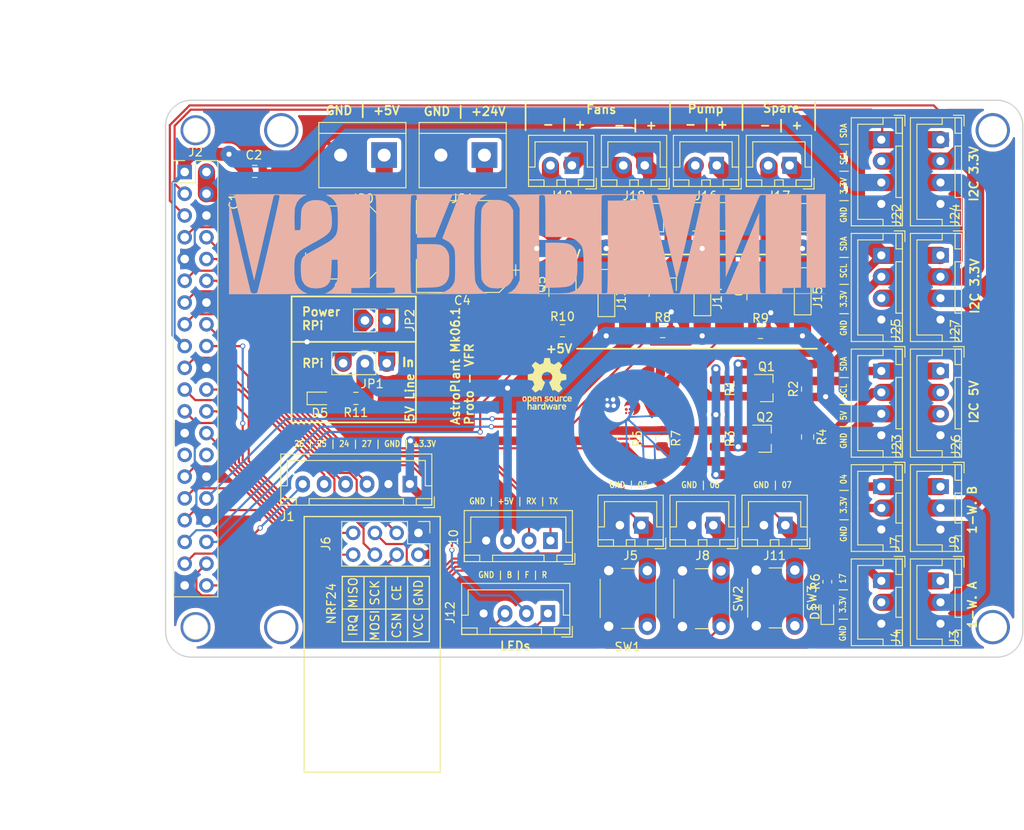
<source format=kicad_pcb>
(kicad_pcb (version 20221018) (generator pcbnew)
  (title_block (date "2018-02-21") (rev "0.5") (comment 4 "AISLER Project ID: OITAJOVL"))
  (layers (0 "F.Cu" signal) (31 "B.Cu" signal) (34 "B.Paste" user) (35 "F.Paste" user) (36 "B.SilkS" user "B.Silkscreen") (37 "F.SilkS" user "F.Silkscreen") (38 "B.Mask" user) (39 "F.Mask" user) (44 "Edge.Cuts" user))
  (net 0 "")
  (net 1 "+5V")
  (net 2 "GND")
  (net 3 "Net-(D1-A)")
  (net 4 "Net-(D2-K)")
  (net 5 "Net-(D2-A)")
  (net 6 "Net-(D3-A)")
  (net 7 "Net-(D3-K)")
  (net 8 "Net-(D4-K)")
  (net 9 "+3V3")
  (net 10 "SDA")
  (net 11 "SCL")
  (net 12 "SDA_5V")
  (net 13 "SCL_5V")
  (net 14 "TX")
  (net 15 "RX")
  (net 16 "MISO")
  (net 17 "CE0")
  (net 18 "MOSI")
  (net 19 "SCLK")
  (net 20 "GPIO4")
  (net 21 "GPIO17")
  (net 22 "GPIO24")
  (net 23 "GPIO25")
  (net 24 "GPIO26")
  (net 25 "GPIO27")
  (net 26 "GPIO12")
  (net 27 "GPIO18")
  (net 28 "GPIO19")
  (net 29 "GPIO20")
  (net 30 "GPIO16")
  (net 31 "GPIO21")
  (net 32 "GPIO6")
  (net 33 "GPIO13")
  (net 34 "GPIO22")
  (net 35 "GPIO23")
  (net 36 "GPIO5")
  (net 37 "Net-(D4-A)")
  (net 38 "Net-(D5-A)")
  (net 39 "GPIO7")
  (net 40 "5V_RPi")
  (net 41 "5V_IN")
  (net 42 "+24V")
  (footprint "ressources:rocket_cu" (layer "F.Cu") (at 156.7 68.8)
    (fp_text reference "G***" hide)
    (fp_text value "LOGO" hide)
  )
  (footprint "ressources:rocket_cu2" (layer "F.Cu") (at 139 61.5)
    (fp_text reference "G***" hide)
    (fp_text value "LOGO" hide)
  )
  (footprint "Symbol:OSHW-Logo_5.7x6mm_SilkScreen" (layer "F.Cu") (at 144.5 68.1)
    (fp_text reference "REF**" hide)
    (fp_text value "OSHW-Logo_5.7x6mm_SilkScreen" hide)
  )
  (footprint "Capacitor_SMD:CP_Elec_10x10.5" (layer "F.Cu") (at 134.62 52.07 180)
    (fp_text reference "C4")
    (fp_text value "470uF")
  )
  (footprint "Capacitor_SMD:C_0805_2012Metric" (layer "F.Cu") (at 109.6 46.8 90)
    (fp_text reference "C1")
    (fp_text value "0.1uF")
  )
  (footprint "Capacitor_SMD:C_0805_2012Metric" (layer "F.Cu") (at 110.4 43.3 180)
    (fp_text reference "C2")
    (fp_text value "0.1uF")
  )
  (footprint "Capacitor_SMD:CP_Elec_8x6.9" (layer "F.Cu") (at 120.6 51.6 180)
    (fp_text reference "C3")
    (fp_text value "470uF")
  )
  (footprint "LED_SMD:LED_0603_1608Metric" (layer "F.Cu") (at 177.2 94.7 90)
    (fp_text reference "D1")
    (fp_text value "LED_Blue")
  )
  (footprint "Diode_SMD:D_SMA" (layer "F.Cu") (at 163.5 48.6 180)
    (fp_text reference "D2")
    (fp_text value "S1A")
  )
  (footprint "Diode_SMD:D_SMA" (layer "F.Cu") (at 172.4 48.7 180)
    (fp_text reference "D3")
    (fp_text value "S1A")
  )
  (footprint "Diode_SMD:D_SMA" (layer "F.Cu") (at 154.7 48.7 180)
    (fp_text reference "D4")
    (fp_text value "S1A")
  )
  (footprint "LED_SMD:LED_0603_1608Metric" (layer "F.Cu") (at 118 69.8)
    (fp_text reference "D5")
    (fp_text value "LED_Amber")
  )
  (footprint "Connector_JST:JST_XH_B06B-XH-A_1x06_P2.50mm_Vertical" (layer "F.Cu") (at 128.5 79.8 180)
    (fp_text reference "J1")
    (fp_text value "JST_XH_Relays")
  )
  (footprint "footprints:Pin_Header_Straight_2x20_Pitch2.54mm" (layer "F.Cu") (at 103.5 67.5)
    (fp_text reference "J2")
    (fp_text value "2x40 2.5mm Header" hide)
  )
  (footprint "Connector_JST:JST_XH_B03B-XH-A_1x03_P2.50mm_Vertical" (layer "F.Cu") (at 190.4 91.1 -90)
    (fp_text reference "J3")
    (fp_text value "JST-XH_3")
  )
  (footprint "Connector_JST:JST_XH_B03B-XH-A_1x03_P2.50mm_Vertical" (layer "F.Cu") (at 183.5 91.1 -90)
    (fp_text reference "J4")
    (fp_text value "JST-XH_3")
  )
  (footprint "Connector_JST:JST_XH_B02B-XH-A_1x02_P2.50mm_Vertical" (layer "F.Cu") (at 155.5 84.6 180)
    (fp_text reference "J5")
    (fp_text value "JST_HX_2")
  )
  (footprint "footprints:Pin_Header_Straight_2x04_Pitch2.54mm" (layer "F.Cu") (at 129.5 85.5 -90)
    (fp_text reference "J6")
    (fp_text value "Conn_02x04_Odd_Even")
  )
  (footprint "Connector_JST:JST_XH_B03B-XH-A_1x03_P2.50mm_Vertical" (layer "F.Cu") (at 183.5 80.1 -90)
    (fp_text reference "J7")
    (fp_text value "JST-XH_3")
  )
  (footprint "Connector_JST:JST_XH_B02B-XH-A_1x02_P2.50mm_Vertical" (layer "F.Cu") (at 163.9 84.6 180)
    (fp_text reference "J8")
    (fp_text value "JST_HX_2")
  )
  (footprint "Connector_JST:JST_XH_B03B-XH-A_1x03_P2.50mm_Vertical" (layer "F.Cu") (at 190.4 80.1 -90)
    (fp_text reference "J9")
    (fp_text value "JST-XH_3")
  )
  (footprint "Connector_JST:JST_XH_B04B-XH-A_1x04_P2.50mm_Vertical" (layer "F.Cu") (at 144.9 86.4 180)
    (fp_text reference "J10")
    (fp_text value "JST_XH_UART")
  )
  (footprint "Connector_JST:JST_XH_B02B-XH-A_1x02_P2.50mm_Vertical" (layer "F.Cu") (at 172.3 84.6 180)
    (fp_text reference "J11")
    (fp_text value "JST_HX_2")
  )
  (footprint "Connector_JST:JST_XH_B04B-XH-A_1x04_P2.50mm_Vertical" (layer "F.Cu") (at 144.6 94.9 180)
    (fp_text reference "J12")
    (fp_text value "JST-XH_LED_GND")
  )
  (footprint "Jumper:SolderJumper-3_P2.0mm_Open_TrianglePad1.0x1.5mm" (layer "F.Cu") (at 151.4 57.5 -90)
    (fp_text reference "J13")
    (fp_text value "GS3")
  )
  (footprint "Jumper:SolderJumper-3_P2.0mm_Open_TrianglePad1.0x1.5mm" (layer "F.Cu") (at 162.6 57.4 -90)
    (fp_text reference "J14")
    (fp_text value "GS3")
  )
  (footprint "Jumper:SolderJumper-3_P2.0mm_Open_TrianglePad1.0x1.5mm" (layer "F.Cu") (at 174.3 57.3 -90)
    (fp_text reference "J15")
    (fp_text value "GS3")
  )
  (footprint "Connector_JST:JST_XH_B02B-XH-A_1x02_P2.50mm_Vertical" (layer "F.Cu") (at 164.3 42.6 180)
    (fp_text reference "J16")
    (fp_text value "JST_HX_2")
  )
  (footprint "Connector_JST:JST_XH_B02B-XH-A_1x02_P2.50mm_Vertical" (layer "F.Cu") (at 172.8 42.6 180)
    (fp_text reference "J17")
    (fp_text value "JST_HX_2")
  )
  (footprint "Connector_JST:JST_XH_B02B-XH-A_1x02_P2.50mm_Vertical" (layer "F.Cu") (at 155.9 42.6 180)
    (fp_text reference "J18")
    (fp_text value "JST_HX_2")
  )
  (footprint "Connector_JST:JST_XH_B02B-XH-A_1x02_P2.50mm_Vertical" (layer "F.Cu") (at 147.4 42.6 180)
    (fp_text reference "J19")
    (fp_text value "JST_HX_2")
  )
  (footprint "Connector_JST:JST_XH_B04B-XH-A_1x04_P2.50mm_Vertical" (layer "F.Cu") (at 183.5 39.6 -90)
    (fp_text reference "J22")
    (fp_text value "JST_XH_I2C")
  )
  (footprint "Connector_JST:JST_XH_B04B-XH-A_1x04_P2.50mm_Vertical" (layer "F.Cu") (at 183.5 66.6 -90)
    (fp_text reference "J23")
    (fp_text value "JST_XH_I2C")
  )
  (footprint "Connector_JST:JST_XH_B04B-XH-A_1x04_P2.50mm_Vertical" (layer "F.Cu") (at 190.4 39.6 -90)
    (fp_text reference "J24")
    (fp_text value "JST_XH_I2C")
  )
  (footprint "Connector_JST:JST_XH_B04B-XH-A_1x04_P2.50mm_Vertical" (layer "F.Cu") (at 183.5 53.1 -90)
    (fp_text reference "J25")
    (fp_text value "JST_XH_I2C")
  )
  (footprint "Connector_JST:JST_XH_B04B-XH-A_1x04_P2.50mm_Vertical" (layer "F.Cu") (at 190.4 66.6 -90)
    (fp_text reference "J26")
    (fp_text value "JST_XH_I2C")
  )
  (footprint "Connector_JST:JST_XH_B04B-XH-A_1x04_P2.50mm_Vertical" (layer "F.Cu") (at 190.4 53.1 -90)
    (fp_text reference "J27")
    (fp_text value "JST_XH_I2C")
  )
  (footprint "Connector_PinHeader_2.54mm:PinHeader_1x03_P2.54mm_Vertical" (layer "F.Cu") (at 125.8 65.7 -90)
    (fp_text reference "JP1")
    (fp_text value "Jumper_3_Bridged12")
  )
  (footprint "Connector_PinHeader_2.54mm:PinHeader_1x02_P2.54mm_Vertical" (layer "F.Cu") (at 125.8 60.7 -90)
    (fp_text reference "JP2")
    (fp_text value "Jumper_2_Bridged")
  )
  (footprint "Package_TO_SOT_SMD:SOT-23" (layer "F.Cu") (at 170.1 68.6)
    (fp_text reference "Q1")
    (fp_text value "IRLML6344TRPBF")
  )
  (footprint "Package_TO_SOT_SMD:SOT-23" (layer "F.Cu") (at 169.9 74.5)
    (fp_text reference "Q2")
    (fp_text value "IRLML6344TRPBF")
  )
  (footprint "Package_TO_SOT_SMD:SOT-23" (layer "F.Cu") (at 158 56.5 90)
    (fp_text reference "Q3")
    (fp_text value "IRLML6344TRPBF")
  )
  (footprint "Package_TO_SOT_SMD:SOT-23" (layer "F.Cu") (at 169.4 56.9 90)
    (fp_text reference "Q4")
    (fp_text value "IRLML6344TRPBF")
  )
  (footprint "Package_TO_SOT_SMD:SOT-23" (layer "F.Cu") (at 146.3 56.5 90)
    (fp_text reference "Q5")
    (fp_text value "IRLML6344TRPBF")
  )
  (footprint "Resistor_SMD:R_0805_2012Metric" (layer "F.Cu") (at 164.2 68.6 -90)
    (fp_text reference "R1")
    (fp_text value "10K")
  )
  (footprint "Resistor_SMD:R_0805_2012Metric" (layer "F.Cu") (at 174.9 68.7 90)
    (fp_text reference "R2")
    (fp_text value "10K")
  )
  (footprint "Resistor_SMD:R_0805_2012Metric" (layer "F.Cu") (at 164.2 74.5 -90)
    (fp_text reference "R3")
    (fp_text value "10K")
  )
  (footprint "Resistor_SMD:R_0805_2012Metric" (layer "F.Cu") (at 174.9 74.3 -90)
    (fp_text reference "R4")
    (fp_text value "10K")
  )
  (footprint "Resistor_SMD:R_0805_2012Metric" (layer "F.Cu") (at 153.4 74.5 -90)
    (fp_text reference "R5")
    (fp_text value "10K")
  )
  (footprint "Resistor_SMD:R_0603_1608Metric" (layer "F.Cu") (at 177.2 91.2 -90)
    (fp_text reference "R6")
    (fp_text value "27")
  )
  (footprint "Resistor_SMD:R_0805_2012Metric" (layer "F.Cu") (at 157.9 74.4625 -90)
    (fp_text reference "R7")
    (fp_text value "10K")
  )
  (footprint "Resistor_SMD:R_0805_2012Metric" (layer "F.Cu") (at 158 62)
    (fp_text reference "R8")
    (fp_text value "100K")
  )
  (footprint "Resistor_SMD:R_0805_2012Metric" (layer "F.Cu") (at 169.4 62.1)
    (fp_text reference "R9")
    (fp_text value "100K")
  )
  (footprint "Resistor_SMD:R_0805_2012Metric" (layer "F.Cu") (at 146.3 61.9)
    (fp_text reference "R10")
    (fp_text value "100K")
  )
  (footprint "Resistor_SMD:R_0805_2012Metric" (layer "F.Cu") (at 122.2 69.8 180)
    (fp_text reference "R11")
    (fp_text value "180")
  )
  (footprint "Button_Switch_THT:SW_PUSH_6mm" (layer "F.Cu") (at 156.2 89.9 -90)
    (fp_text reference "SW1")
    (fp_text value "SW_Push")
  )
  (footprint "footprints:TerminalBlock_bornier-2_P5.08mm" (layer "F.Cu") (at 125.5 41.4 180)
    (fp_text reference "J20")
    (fp_text value "Conn_01x02")
  )
  (footprint "footprints:TerminalBlock_bornier-2_P5.08mm" (layer "F.Cu") (at 137.2 41.4 180)
    (fp_text reference "J21")
    (fp_text value "Conn_01x02")
  )
  (footprint "Button_Switch_THT:SW_PUSH_6mm" (layer "F.Cu") (at 164.8 89.93 -90)
    (fp_text reference "SW2")
    (fp_text value "SW_Push")
  )
  (footprint "Button_Switch_THT:SW_PUSH_6mm" (layer "F.Cu") (at 173.41 89.84 -90)
    (fp_text reference "SW3")
    (fp_text value "SW_Push")
  )
  (footprint "ressources:banner" (layer "B.Cu") (at 142.2 51.8)
    (fp_text reference "G***" hide)
    (fp_text value "LOGO" hide)
  )
  (footprint "ressources:rocket3_Cu" (layer "B.Cu") (at 154.94 73.2)
    (fp_text reference "G***" hide)
    (fp_text value "LOGO" hide)
  )
  (gr_line (start 142 38.5) (end 142 35.25) (stroke (width 0.2)) (layer "F.SilkS"))
  (gr_line (start 175.775 38.5) (end 175.775 35.22) (stroke (width 0.2)) (layer "F.SilkS"))
  (gr_line (start 158.85 38.5) (end 158.85 35.25) (stroke (width 0.2)) (layer "F.SilkS"))
  (gr_line (start 167.3 38.5) (end 167.3 35.25) (stroke (width 0.2)) (layer "F.SilkS"))
  (gr_line (start 129.2 72.6) (end 114.7 72.6) (stroke (width 0.2)) (layer "F.SilkS"))
  (gr_line (start 129.2 63.2) (end 114.7 63.2) (stroke (width 0.2)) (layer "F.SilkS"))
  (gr_line (start 148 64) (end 176 64) (stroke (width 0.2)) (layer "F.SilkS"))
  (gr_line (start 114.7 57.9) (end 129.2 57.9) (stroke (width 0.2)) (layer "F.SilkS"))
  (gr_line (start 149 53) (end 176 53) (stroke (width 0.2)) (layer "F.SilkS"))
  (gr_line (start 114.7 72.6) (end 114.7 57.9) (stroke (width 0.2)) (layer "F.SilkS"))
  (gr_line (start 129.2 57.9) (end 129.2 72.6) (stroke (width 0.2)) (layer "F.SilkS"))
  (gr_circle (center 113.5 38.5) (end 115.1 38.5) (stroke (width 0.15)) (fill none) (layer "Edge.Cuts"))
  (gr_circle (center 103.5 38.5) (end 104.9 38.5) (stroke (width 0.15)) (fill none) (layer "Edge.Cuts"))
  (gr_circle (center 103.5 96.5) (end 104.9 96.5) (stroke (width 0.15)) (fill none) (layer "Edge.Cuts"))
  (gr_line (start 197 35) (end 103 35) (stroke (width 0.15)) (layer "Edge.Cuts"))
  (gr_line (start 103 100) (end 197 100) (stroke (width 0.15)) (layer "Edge.Cuts"))
  (gr_circle (center 196.5 96.5) (end 198.1 96.5) (stroke (width 0.15)) (fill none) (layer "Edge.Cuts"))
  (gr_line (start 200 97) (end 200 38) (stroke (width 0.15)) (layer "Edge.Cuts"))
  (gr_circle (center 113.5 96.5) (end 115.1 96.5) (stroke (width 0.15)) (fill none) (layer "Edge.Cuts"))
  (gr_circle (center 196.5 38.5) (end 198.1 38.5) (stroke (width 0.15)) (fill none) (layer "Edge.Cuts"))
  (gr_arc (start 197 35) (mid 199.12132 35.87868) (end 200 38) (stroke (width 0.15)) (layer "Edge.Cuts"))
  (gr_arc (start 200 97) (mid 199.12132 99.12132) (end 197 100) (stroke (width 0.15)) (layer "Edge.Cuts"))
  (gr_arc (start 103 100) (mid 100.87868 99.12132) (end 100 97) (stroke (width 0.15)) (layer "Edge.Cuts"))
  (gr_line (start 100 38) (end 100 97) (stroke (width 0.15)) (layer "Edge.Cuts"))
  (gr_arc (start 100 38) (mid 100.87868 35.87868) (end 103 35) (stroke (width 0.15)) (layer "Edge.Cuts"))
  (gr_text "GND | +24V" (at 134.9 36.3) (layer "F.SilkS") (effects (font (size 1 1) (thickness 0.2))))
  (gr_text "+5V" (at 145.9 64) (layer "F.SilkS") (effects (font (size 1 1) (thickness 0.2))))
  (gr_text "GND | +5V | RX | TX" (at 140.6 81.8) (layer "F.SilkS") (effects (font (size 0.7 0.6) (thickness 0.13))))
  (gr_text "GND | B | F | R" (at 140.5 90.4) (layer "F.SilkS") (effects (font (size 0.7 0.6) (thickness 0.13))))
  (gr_text "GND | 05" (at 154 79.9) (layer "F.SilkS") (effects (font (size 0.7 0.6) (thickness 0.13))))
  (gr_text "1-W. A" (at 194.1 93.9 90) (layer "F.SilkS") (effects (font (size 1 1) (thickness 0.2))))
  (gr_text "GND | 06" (at 162.4 79.9) (layer "F.SilkS") (effects (font (size 0.7 0.6) (thickness 0.13))))
  (gr_text "GND | 07" (at 170.8 79.9) (layer "F.SilkS") (effects (font (size 0.7 0.6) (thickness 0.13))))
  (gr_text "GND | 3.3V | 17" (at 179 94.2 90) (layer "F.SilkS") (effects (font (size 0.7 0.6) (thickness 0.13))))
  (gr_text "GND | 3.3V | 04" (at 179.1 82.6 90) (layer "F.SilkS") (effects (font (size 0.7 0.6) (thickness 0.13))))
  (gr_text "GND | 5V | SCL | SDA" (at 179.1 70.3 90) (layer "F.SilkS") (effects (font (size 0.7 0.6) (thickness 0.13))))
  (gr_text "GND | 3.3V | SCL | SDA" (at 179.1 56.7 90) (layer "F.SilkS") (effects (font (size 0.7 0.6) (thickness 0.13))))
  (gr_text "GND | 3.3V | SCL | SDA" (at 179.1 43.5 90) (layer "F.SilkS") (effects (font (size 0.7 0.6) (thickness 0.13))))
  (gr_text "LEDs" (at 140.8 98.7) (layer "F.SilkS") (effects (font (size 1 1) (thickness 0.2))))
  (gr_text "Spare" (at 171.825 35.925) (layer "F.SilkS") (effects (font (size 1 1) (thickness 0.2))))
  (gr_text "1-W. B" (at 194.1 82.8 90) (layer "F.SilkS") (effects (font (size 1 1) (thickness 0.2))))
  (gr_text "I2C 5V" (at 194.3 70.2 90) (layer "F.SilkS") (effects (font (size 1 1) (thickness 0.2))))
  (gr_text "I2C 3.3V" (at 194.4 56.7 90) (layer "F.SilkS") (effects (font (size 1 1) (thickness 0.2))))
  (gr_text "I2C 3.3V" (at 194.3 43.6 90) (layer "F.SilkS") (effects (font (size 1 1) (thickness 0.2))))
  (gr_text "5V Line" (at 128.5 69.7 90) (layer "F.SilkS") (effects (font (size 1 1) (thickness 0.2))))
  (gr_text "Fans" (at 150.825 36.075) (layer "F.SilkS") (effects (font (size 1 1) (thickness 0.2))))
  (gr_text "GND | +5V" (at 123 36.2) (layer "F.SilkS") (effects (font (size 1 1) (thickness 0.2))))
  (gr_text "- | +" (at 163.1 37.8) (layer "F.SilkS") (effects (font (size 1 1) (thickness 0.2))))
  (gr_text "+24V" (at 146.4 53) (layer "F.SilkS") (effects (font (size 1 1) (thickness 0.2))))
  (gr_text "Pump" (at 163 36) (layer "F.SilkS") (effects (font (size 1 1) (thickness 0.2))))
  (gr_text "In" (at 128.3 65.6) (layer "F.SilkS") (effects (font (size 1 1) (thickness 0.25))))
  (gr_text "RPi" (at 117.2 65.7) (layer "F.SilkS") (effects (font (size 1 1) (thickness 0.2))))
  (gr_text "- | +" (at 154.8 37.9) (layer "F.SilkS") (effects (font (size 1 1) (thickness 0.2))))
  (gr_text "Power\nRPi" (at 115.8 60.5) (layer "F.SilkS") (effects (font (size 1 1) (thickness 0.2)) (justify left)))
  (gr_text "- | +" (at 146.5 37.8) (layer "F.SilkS") (effects (font (size 1 1) (thickness 0.2))))
  (gr_text "AstroPlant Mk06.1\nProto - VFR" (at 134.62 73 90) (layer "F.SilkS") (effects (font (size 1 1) (thickness 0.2)) (justify left)))
  (gr_text "- | +" (at 171.8 37.9) (layer "F.SilkS") (effects (font (size 1 1) (thickness 0.2))))
  (gr_text "26 | 25 | 24 | 27 | GND | +3.3V " (at 123.5 75.1) (layer "F.SilkS") (effects (font (size 0.7 0.6) (thickness 0.13))))
  (via (at 103.5 96.5) (size 3.5) (drill 2.75) (layers "F.Cu" "B.Cu") (net 0))
  (via (at 196.5 38.5) (size 4) (drill 3.25) (layers "F.Cu" "B.Cu") (net 0))
  (via (at 113.5 38.5) (size 4) (drill 3.25) (layers "F.Cu" "B.Cu") (net 0))
  (via (at 103.5 38.5) (size 3.5) (drill 2.75) (layers "F.Cu" "B.Cu") (net 0))
  (via (at 196.5 96.5) (size 4) (drill 3.25) (layers "F.Cu" "B.Cu") (net 0))
  (via (at 113.5 96.5) (size 4) (drill 3.25) (layers "F.Cu" "B.Cu") (net 0))
  (segment (start 151.4 62.5) (end 151.4 61.015076) (width 2) (layer "F.Cu") (net 1))
  (segment (start 174.9 73.3625) (end 174.9 69.6375) (width 1) (layer "F.Cu") (net 1))
  (segment (start 123.26 69.6775) (end 123.1375 69.8) (width 2) (layer "F.Cu") (net 1))
  (segment (start 174.9 69.6375) (end 176.9625 69.6375) (width 1) (layer "F.Cu") (net 1))
  (segment (start 183.5 71.6) (end 190.4 71.6) (width 2) (layer "F.Cu") (net 1))
  (segment (start 151.4 61.015076) (end 151.4 59.90001) (width 2) (layer "F.Cu") (net 1))
  (segment (start 162.599996 61.015076) (end 162.6 61.015072) (width 2) (layer "F.Cu") (net 1))
  (segment (start 162.6 61.015072) (end 162.6 59.80001) (width 2) (layer "F.Cu") (net 1))
  (segment (start 176.9625 69.6375) (end 177 69.6) (width 1) (layer "F.Cu") (net 1))
  (segment (start 162.599996 62.5) (end 162.599996 61.015076) (width 2) (layer "F.Cu") (net 1))
  (segment (start 174.3 62.5) (end 174.3 59.70001) (width 2) (layer "F.Cu") (net 1))
  (segment (start 123.26 65.7) (end 123.26 69.6775) (width 2) (layer "F.Cu") (net 1))
  (via (at 177 69.6) (size 1.1) (drill 0.6) (layers "F.Cu" "B.Cu") (net 1))
  (via (at 162.599996 62.5) (size 2.1) (drill 0.6) (layers "F.Cu" "B.Cu") (net 1))
  (via (at 151.4 62.5) (size 2.1) (drill 0.6) (layers "F.Cu" "B.Cu") (net 1))
  (via (at 174.3 62.5) (size 2.1) (drill 0.6) (layers "F.Cu" "B.Cu") (net 1))
  (via (at 139.9 68.6) (size 1.1) (drill 0.6) (layers "F.Cu" "B.Cu") (net 1))
  (segment (start 183.5 71.6) (end 179 71.6) (width 2) (layer "B.Cu") (net 1))
  (segment (start 124.957919 68.6) (end 139.9 68.6) (width 2) (layer "B.Cu") (net 1))
  (segment (start 145.3 68.6) (end 151.4 62.5) (width 2) (layer "B.Cu") (net 1))
  (segment (start 179 71.6) (end 177.549999 70.149999) (width 2) (layer "B.Cu") (net 1))
  (segment (start 177 65.2) (end 177 68.822183) (width 2) (layer "B.Cu") (net 1))
  (segment (start 174.3 62.5) (end 162.599996 62.5) (width 2) (layer "B.Cu") (net 1))
  (segment (start 123.26 65.7) (end 123.26 66.902081) (width 2) (layer "B.Cu") (net 1))
  (segment (start 139.9 79.9) (end 139.9 68.6) (width 1) (layer "B.Cu") (net 1))
  (segment (start 177 68.822183) (end 177 69.6) (width 2) (layer "B.Cu") (net 1))
  (segment (start 123.26 66.902081) (end 124.957919 68.6) (width 2) (layer "B.Cu") (net 1))
  (segment (start 174.3 62.5) (end 177 65.2) (width 2) (layer "B.Cu") (net 1))
  (segment (start 177.549999 70.149999) (end 177 69.6) (width 2) (layer "B.Cu") (net 1))
  (segment (start 151.4 62.5) (end 162.599996 62.5) (width 2) (layer "B.Cu") (net 1))
  (segment (start 139.9 68.6) (end 145.3 68.6) (width 2) (layer "B.Cu") (net 1))
  (segment (start 139.9 79.9) (end 139.9 86.4) (width 1) (layer "B.Cu") (net 1))
  (via (at 159 59.7) (size 1.1) (drill 0.6) (layers "F.Cu" "B.Cu") (net 2))
  (via (at 116.5 63.2) (size 1.1) (drill 0.6) (layers "F.Cu" "B.Cu") (net 2))
  (via (at 170.6 59.8) (size 1.1) (drill 0.6) (layers "F.Cu" "B.Cu") (net 2))
  (segment (start 103.405001 75.025001) (end 103.405001 77.565001) (width 0.25) (layer "B.Cu") (net 2))
  (segment (start 103.920001 78.080001) (end 104.77 78.93) (width 0.25) (layer "B.Cu") (net 2))
  (segment (start 103.405001 77.565001) (end 103.920001 78.080001) (width 0.25) (layer "B.Cu") (net 2))
  (segment (start 103.594999 82.834999) (end 103.920001 83.160001) (width 0.25) (layer "B.Cu") (net 2))
  (segment (start 104.77 78.93) (end 103.594999 80.105001) (width 0.25) (layer "B.Cu") (net 2))
  (segment (start 102.23 73.85) (end 103.405001 75.025001) (width 0.25) (layer "B.Cu") (net 2))
  (segment (start 103.405001 52.354999) (end 103.079999 52.680001) (width 0.25) (layer "B.Cu") (net 2))
  (segment (start 103.079999 52.680001) (end 102.23 53.53) (width 0.25) (layer "B.Cu") (net 2))
  (segment (start 103.405001 49.814999) (end 103.405001 52.354999) (width 0.25) (layer "B.Cu") (net 2))
  (segment (start 104.77 48.45) (end 103.405001 49.814999) (width 0.25) (layer "B.Cu") (net 2))
  (segment (start 103.594999 80.105001) (end 103.594999 82.834999) (width 0.25) (layer "B.Cu") (net 2))
  (segment (start 103.920001 83.160001) (end 104.77 84.01) (width 0.25) (layer "B.Cu") (net 2))
  (segment (start 177.2 91.9875) (end 177.2 93.9125) (width 1) (layer "F.Cu") (net 3))
  (segment (start 165.5 56.5) (end 164.6 57.4) (width 2) (layer "F.Cu") (net 4))
  (segment (start 165.5 48.6) (end 165.5 56.5) (width 2) (layer "F.Cu") (net 4))
  (segment (start 164.6 57.4) (end 163.547072 57.4) (width 2) (layer "F.Cu") (net 4))
  (segment (start 165.5 43.8) (end 164.3 42.6) (width 2) (layer "F.Cu") (net 4))
  (segment (start 165.5 48.6) (end 165.5 43.8) (width 2) (layer "F.Cu") (net 4))
  (segment (start 160.349999 53.150001) (end 158 55.5) (width 2) (layer "F.Cu") (net 5))
  (segment (start 160.349999 49.750001) (end 160.349999 53.150001) (width 2) (layer "F.Cu") (net 5))
  (segment (start 161.5 48.6) (end 160.349999 49.750001) (width 2) (layer "F.Cu") (net 5))
  (segment (start 161.5 48.6) (end 161.5 42.9) (width 2) (layer "F.Cu") (net 5))
  (segment (start 161.5 42.9) (end 161.8 42.6) (width 2) (layer "F.Cu") (net 5))
  (segment (start 170.4 48.7) (end 170.4 54.9) (width 2) (layer "F.Cu") (net 6))
  (segment (start 170.4 42.7) (end 170.3 42.6) (width 2) (layer "F.Cu") (net 6))
  (segment (start 170.4 54.9) (end 169.4 55.9) (width 2) (layer "F.Cu") (net 6))
  (segment (start 170.4 48.7) (end 170.4 42.7) (width 2) (layer "F.Cu") (net 6))
  (segment (start 177 49.7) (end 177 56.6) (width 2) (layer "F.Cu") (net 7))
  (segment (start 174.4 44.2) (end 172.8 42.6) (width 2) (layer "F.Cu") (net 7))
  (segment (start 176 48.7) (end 177 49.7) (width 2) (layer "F.Cu") (net 7))
  (segment (start 174.4 48.7) (end 174.4 44.2) (width 2) (layer "F.Cu") (net 7))
  (segment (start 174.4 48.7) (end 176 48.7) (width 2) (layer "F.Cu") (net 7))
  (segment (start 176.3 57.3) (end 175.247072 57.3) (width 2) (layer "F.Cu") (net 7))
  (segment (start 177 56.6) (end 176.3 57.3) (width 2) (layer "F.Cu") (net 7))
  (segment (start 154.3 56.7) (end 153.5 57.5) (width 2) (layer "F.Cu") (net 8))
  (segment (start 154.3 54) (end 154.3 56.7) (width 2) (layer "F.Cu") (net 8))
  (segment (start 156.7 48.7) (end 156.7 43.4) (width 2) (layer "F.Cu") (net 8))
  (segment (start 147.4 42.45) (end 147.4 42.6) (width 2) (layer "F.Cu") (net 8))
  (segment (start 156.7 51.6) (end 154.3 54) (width 2) (layer "F.Cu") (net 8))
  (segment (start 154.1 39.6) (end 150.25 39.6) (width 2) (layer "F.Cu") (net 8))
  (segment (start 150.25 39.6) (end 147.4 42.45) (width 2) (layer "F.Cu") (net 8))
  (segment (start 156.7 48.7) (end 156.7 51.6) (width 2) (layer "F.Cu") (net 8))
  (segment (start 156.7 43.4) (end 155.9 42.6) (width 2) (layer "F.Cu") (net 8))
  (segment (start 155.9 41.4) (end 154.1 39.6) (width 2) (layer "F.Cu") (net 8))
  (segment (start 153.5 57.5) (end 152.347072 57.5) (width 2) (layer "F.Cu") (net 8))
  (segment (start 155.9 42.6) (end 155.9 41.4) (width 2) (layer "F.Cu") (net 8))
  (segment (start 194.3 59.115002) (end 194.3 81.675) (width 2) (layer "F.Cu") (net 9))
  (segment (start 164.2 73.5625) (end 164.2 71.7) (width 1) (layer "F.Cu") (net 9))
  (segment (start 172.67207 78.7) (end 164.977817 78.7) (width 1) (layer "F.Cu") (net 9))
  (segment (start 190.425001 58.125001) (end 190.4 58.1) (width 2) (layer "F.Cu") (net 9))
  (segment (start 193.375 82.6) (end 190.4 82.6) (width 2) (layer "F.Cu") (net 9))
  (segment (start 190.4 44.6) (end 183.5 44.6) (width 2) (layer "F.Cu") (net 9))
  (segment (start 169.1 67.65) (end 164.2 67.65) (width 1) (layer "F.Cu") (net 9))
  (segment (start 164.2 67.6625) (end 164.2 66.350022) (width 1) (layer "F.Cu") (net 9))
  (segment (start 128.5 79.925) (end 132.3 83.725) (width 1) (layer "F.Cu") (net 9))
  (segment (start 190.409998 44.6) (end 190.434999 44.625001) (width 2) (layer "F.Cu") (net 9))
  (segment (start 157.8625 73.5625) (end 157.9 73.525) (width 1) (layer "F.Cu") (net 9))
  (segment (start 132.3 83.725) (end 132.3 86.442081) (width 1) (layer "F.Cu") (net 9))
  (segment (start 193.309999 58.125001) (end 190.425001 58.125001) (width 2) (layer "F.Cu") (net 9))
  (segment (start 176.57207 82.6) (end 172.67207 78.7) (width 1) (layer "F.Cu") (net 9))
  (segment (start 193.309999 58.125001) (end 194.3 59.115002) (width 2) (layer "F.Cu") (net 9))
  (segment (start 129.345625 74.747821) (end 128.567808 74.747821) (width 1) (layer "F.Cu") (net 9))
  (segment (start 183.5 82.6) (end 176.57207 82.6) (width 1) (layer "F.Cu") (net 9))
  (segment (start 164.2 73.5625) (end 157.9375 73.5625) (width 1) (layer "F.Cu") (net 9))
  (segment (start 106.622183 41.3) (end 107.4 41.3) (width 1.5) (layer "F.Cu") (net 9))
  (segment (start 153.4 73.5625) (end 157.8625 73.5625) (width 1) (layer "F.Cu") (net 9))
  (segment (start 128.5 79.8) (end 128.5 79.925) (width 1) (layer "F.Cu") (net 9))
  (segment (start 164.2125 73.55) (end 164.2 73.5625) (width 1) (layer "F.Cu") (net 9))
  (segment (start 150.704241 73.5625) (end 149.51892 74.747821) (width 1) (layer "F.Cu") (net 9))
  (segment (start 168.9 73.55) (end 164.2125 73.55) (width 1) (layer "F.Cu") (net 9))
  (segment (start 107.4625 41.3) (end 109.4625 43.3) (width 1.5) (layer "F.Cu") (net 9))
  (segment (start 194.3 81.675) (end 193.375 82.6) (width 2) (layer "F.Cu") (net 9))
  (segment (start 149.51892 74.747821) (end 129.345625 74.747821) (width 1) (layer "F.Cu") (net 9))
  (segment (start 157.9375 73.5625) (end 157.9 73.525) (width 1) (layer "F.Cu") (net 9))
  (segment (start 132.3 86.442081) (end 130.702081 88.04) (width 1) (layer "F.Cu") (net 9))
  (segment (start 103 41.3) (end 106.622183 41.3) (width 1.5) (layer "F.Cu") (net 9))
  (segment (start 102.23 43.37) (end 102.23 42.07) (width 1.5) (layer "F.Cu") (net 9))
  (segment (start 153.4 73.5625) (end 150.704241 73.5625) (width 1) (layer "F.Cu") (net 9))
  (segment (start 183.5 82.6) (end 190.4 82.6) (width 2) (layer "F.Cu") (net 9))
  (segment (start 107.4 41.3) (end 107.4625 41.3) (width 1.5) (layer "F.Cu") (net 9))
  (segment (start 164.977817 78.7) (end 164.2 78.7) (width 1) (layer "F.Cu") (net 9))
  (segment (start 190.309998 58.1) (end 190.334999 58.125001) (width 2) (layer "F.Cu") (net 9))
  (segment (start 183.5 58.1) (end 190.4 58.1) (width 2) (layer "F.Cu") (net 9))
  (segment (start 130.702081 88.04) (end 129.5 88.04) (width 1) (layer "F.Cu") (net 9))
  (segment (start 183.5 93.6) (end 190.4 93.6) (width 2) (layer "F.Cu") (net 9))
  (segment (start 102.23 42.07) (end 103 41.3) (width 1.5) (layer "F.Cu") (net 9))
  (segment (start 164.2 67.65) (end 164.2 67.6625) (width 1) (layer "F.Cu") (net 9))
  (via (at 128.567808 74.747821) (size 1.1) (drill 0.6) (layers "F.Cu" "B.Cu") (net 9))
  (via (at 164.2 78.7) (size 1.1) (drill 0.6) (layers "F.Cu" "B.Cu") (net 9))
  (via (at 164.2 66.350022) (size 1.1) (drill 0.6) (layers "F.Cu" "B.Cu") (net 9))
  (via (at 164.2 71.7) (size 1.1) (drill 0.6) (layers "F.Cu" "B.Cu") (net 9))
  (via (at 107.4 41.3) (size 1.1) (drill 0.6) (layers "F.Cu" "B.Cu") (net 9))
  (segment (start 120.3 36.8) (end 115.250001 41.849999) (width 2) (layer "B.Cu") (net 9))
  (segment (start 101.380001 62.840001) (end 102.23 63.69) (width 0.5) (layer "B.Cu") (net 9))
  (segment (start 102.23 43.37) (end 100.929999 44.670001) (width 0.5) (layer "B.Cu") (net 9))
  (segment (start 193.175 93.6) (end 194.7 92.075) (width 2) (layer "B.Cu") (net 9))
  (segment (start 100.929999 62.389999) (end 101.380001 62.840001) (width 0.5) (layer "B.Cu") (net 9))
  (segment (start 193.309999 58.125001) (end 190.425001 58.125001) (width 2) (layer "B.Cu") (net 9))
  (segment (start 164.2 71.7) (end 164.2 66.350022) (width 1) (layer "B.Cu") (net 9))
  (segment (start 192.7 44.6) (end 194.2 46.1) (width 2) (layer "B.Cu") (net 9))
  (segment (start 190.4 93.6) (end 193.175 93.6) (width 2) (layer "B.Cu") (net 9))
  (segment (start 100.929999 44.670001) (end 100.929999 62.389999) (width 0.5) (layer "B.Cu") (net 9))
  (segment (start 193.6 82.6) (end 190.4 82.6) (width 2) (layer "B.Cu") (net 9))
  (segment (start 194.2 57.235) (end 193.309999 58.125001) (width 2) (layer "B.Cu") (net 9))
  (segment (start 194.7 83.7) (end 193.6 82.6) (width 2) (layer "B.Cu") (net 9))
  (segment (start 107.949999 41.849999) (end 107.4 41.3) (width 2) (layer "B.Cu") (net 9))
  (segment (start 128.5 74.815629) (end 128.567808 74.747821) (width 1) (layer "B.Cu") (net 9))
  (segment (start 128.5 79.8) (end 128.5 74.815629) (width 1) (layer "B.Cu") (net 9))
  (segment (start 194.7 92.075) (end 194.7 83.7) (width 2) (layer "B.Cu") (net 9))
  (segment (start 190.425001 58.125001) (end 190.4 58.1) (width 2) (layer "B.Cu") (net 9))
  (segment (start 180.525 44.6) (end 172.725 36.8) (width 2) (layer "B.Cu") (net 9))
  (segment (start 115.250001 41.849999) (end 107.949999 41.849999) (width 2) (layer "B.Cu") (net 9))
  (segment (start 164.2 78.7) (end 164.2 71.7) (width 1) (layer "B.Cu") (net 9))
  (segment (start 190.4 44.6) (end 192.7 44.6) (width 2) (layer "B.Cu") (net 9))
  (segment (start 183.5 44.6) (end 180.525 44.6) (width 2) (layer "B.Cu") (net 9))
  (segment (start 172.725 36.8) (end 120.3 36.8) (width 2) (layer "B.Cu") (net 9))
  (segment (start 194.2 46.1) (end 194.2 57.235) (width 2) (layer "B.Cu") (net 9))
  (segment (start 190.409998 39.6) (end 190.434999 39.625001) (width 2) (layer "F.Cu") (net 10))
  (segment (start 163.4 69.5375) (end 161.3 67.4375) (width 1) (layer "F.Cu") (net 10))
  (segment (start 182.3 36.1) (end 183.6 37.4) (width 0.25) (layer "F.Cu") (net 10))
  (segment (start 169.1 69.55) (end 164.2125 69.55) (width 1) (layer "F.Cu") (net 10))
  (segment (start 182.2 39.6) (end 183.5 39.6) (width 2) (layer "F.Cu") (net 10))
  (segment (start 164.2 69.5375) (end 163.4 69.5375) (width 1) (layer "F.Cu") (net 10))
  (segment (start 101.054999 37.981411) (end 102.93641 36.1) (width 0.25) (layer "F.Cu") (net 10))
  (segment (start 178.8 61.00293) (end 178.8 57.8) (width 1) (layer "F.Cu") (net 10))
  (segment (start 183.5 53.1) (end 190.4 53.1) (width 2) (layer "F.Cu") (net 10))
  (segment (start 180.6 50.2) (end 180.6 41.2) (width 2) (layer "F.Cu") (net 10))
  (segment (start 190.4 39.6) (end 183.5 39.6) (width 2) (layer "F.Cu") (net 10))
  (segment (start 178.8 57.8) (end 183.5 53.1) (width 1) (layer "F.Cu") (net 10))
  (segment (start 190.309998 53.1) (end 190.334999 53.125001) (width 2) (layer "F.Cu") (net 10))
  (segment (start 164.287501 64.449999) (end 175.352931 64.449999) (width 1) (layer "F.Cu") (net 10))
  (segment (start 175.352931 64.449999) (end 178.8 61.00293) (width 1) (layer "F.Cu") (net 10))
  (segment (start 102.23 45.91) (end 101.054999 44.734999) (width 0.25) (layer "F.Cu") (net 10))
  (segment (start 180.6 41.2) (end 182.2 39.6) (width 2) (layer "F.Cu") (net 10))
  (segment (start 183.5 53.1) (end 180.6 50.2) (width 2) (layer "F.Cu") (net 10))
  (segment (start 164.2125 69.55) (end 164.2 69.5375) (width 1) (layer "F.Cu") (net 10))
  (segment (start 161.3 67.4375) (end 164.287501 64.449999) (width 1) (layer "F.Cu") (net 10))
  (segment (start 183.6 37.4) (end 183.6 39.6) (width 0.25) (layer "F.Cu") (net 10))
  (segment (start 101.054999 44.734999) (end 101.054999 37.981411) (width 0.25) (layer "F.Cu") (net 10))
  (segment (start 102.93641 36.1) (end 182.3 36.1) (width 0.25) (layer "F.Cu") (net 10))
  (segment (start 189.6 35.6) (end 192.4 38.4) (width 0.25) (layer "F.Cu") (net 11))
  (segment (start 102.23 48.45) (end 100.5 46.72) (width 0.25) (layer "F.Cu") (net 11))
  (segment (start 180.000011 59.074989) (end 180.000011 61.49999) (width 1) (layer "F.Cu") (net 11))
  (segment (start 192.4 38.4) (end 192.4 40.1) (width 0.25) (layer "F.Cu") (net 11))
  (segment (start 102.8 35.6) (end 189.6 35.6) (width 0.25) (layer "F.Cu") (net 11))
  (segment (start 183.5 42.1) (end 190.4 42.1) (width 2) (layer "F.Cu") (net 11))
  (segment (start 100.5 46.72) (end 100.5 37.9) (width 0.25) (layer "F.Cu") (net 11))
  (segment (start 180.000011 61.49999) (end 175.700001 65.8) (width 1) (layer "F.Cu") (net 11))
  (segment (start 190.434999 42.125001) (end 190.559999 42.125001) (width 0.25) (layer "F.Cu") (net 11))
  (segment (start 193.309999 55.625001) (end 190.425001 55.625001) (width 2) (layer "F.Cu") (net 11))
  (segment (start 100.5 37.9) (end 102.8 35.6) (width 0.25) (layer "F.Cu") (net 11))
  (segment (start 164.2125 75.45) (end 164.2 75.4375) (width 1) (layer "F.Cu") (net 11))
  (segment (start 168.9 75.45) (end 164.2125 75.45) (width 1) (layer "F.Cu") (net 11))
  (segment (start 194.5 54.435) (end 193.309999 55.625001) (width 2) (layer "F.Cu") (net 11))
  (segment (start 190.4 42.1) (end 193.384998 42.1) (width 2) (layer "F.Cu") (net 11))
  (segment (start 183.6 55.6) (end 183.475 55.6) (width 1) (layer "F.Cu") (net 11))
  (segment (start 190.409998 42.1) (end 190.434999 42.125001) (width 2) (layer "F.Cu") (net 11))
  (segment (start 190.309998 55.6) (end 190.334999 55.625001) (width 2) (layer "F.Cu") (net 11))
  (segment (start 194.5 43.215002) (end 194.5 54.435) (width 2) (layer "F.Cu") (net 11))
  (segment (start 190.425001 55.625001) (end 190.4 55.6) (width 2) (layer "F.Cu") (net 11))
  (segment (start 183.5 55.6) (end 190.4 55.6) (width 2) (layer "F.Cu") (net 11))
  (segment (start 175.700001 65.8) (end 167.577817 65.8) (width 1) (layer "F.Cu") (net 11))
  (segment (start 193.384998 42.1) (end 194.5 43.215002) (width 2) (layer "F.Cu") (net 11))
  (segment (start 167.577817 65.8) (end 166.8 65.8) (width 1) (layer "F.Cu") (net 11))
  (segment (start 192.2 40.3) (end 190.4 42.1) (width 0.25) (layer "F.Cu") (net 11))
  (segment (start 183.475 55.6) (end 180.000011 59.074989) (width 1) (layer "F.Cu") (net 11))
  (segment (start 192.4 40.1) (end 192.2 40.3) (width 0.25) (layer "F.Cu") (net 11))
  (via (at 166.8 75.45) (size 1.1) (drill 0.6) (layers "F.Cu" "B.Cu") (net 11))
  (via (at 166.8 65.8) (size 1.1) (drill 0.6) (layers "F.Cu" "B.Cu") (net 11))
  (segment (start 166.8 65.8) (end 166.8 75.45) (width 1) (layer "B.Cu") (net 11))
  (segment (start 183.5 66.6) (end 190.4 66.6) (width 2) (layer "F.Cu") (net 12))
  (segment (start 171.1 68.6) (end 171.9375 67.7625) (width 1) (layer "F.Cu") (net 12))
  (segment (start 183.5 66.6) (end 181.635 66.6) (width 1) (layer "F.Cu") (net 12))
  (segment (start 181.635 66.6) (end 180.4725 67.7625) (width 1) (layer "F.Cu") (net 12))
  (segment (start 180.4725 67.7625) (end 175.7 67.7625) (width 1) (layer "F.Cu") (net 12))
  (segment (start 175.7 67.7625) (end 174.9 67.7625) (width 1) (layer "F.Cu") (net 12))
  (segment (start 171.9375 67.7625) (end 174.9 67.7625) (width 1) (layer "F.Cu") (net 12))
  (segment (start 176.3625 75.2375) (end 174.9 75.2375) (width 1) (layer "F.Cu") (net 13))
  (segment (start 183.5 69.1) (end 190.4 69.1) (width 2) (layer "F.Cu") (net 13))
  (segment (start 183.5 69.1) (end 182.5 69.1) (width 1) (layer "F.Cu") (net 13))
  (segment (start 171.6375 75.2375) (end 170.9 74.5) (width 1) (layer "F.Cu") (net 13))
  (segment (start 182.5 69.1) (end 176.3625 75.2375) (width 1) (layer "F.Cu") (net 13))
  (segment (start 174.9 75.2375) (end 171.6375 75.2375) (width 1) (layer "F.Cu") (net 13))
  (segment (start 144.9 83.7) (end 144.9 86.4) (width 0.25) (layer "F.Cu") (net 14))
  (segment (start 121.036422 76.072833) (end 137.272833 76.072833) (width 0.25) (layer "F.Cu") (net 14))
  (segment (start 104.77 50.99) (end 112.349989 58.569989) (width 0.25) (layer "F.Cu") (net 14))
  (segment (start 137.272833 76.072833) (end 144.9 83.7) (width 0.25) (layer "F.Cu") (net 14))
  (segment (start 112.349989 58.569989) (end 112.349989 67.3864) (width 0.25) (layer "F.Cu") (net 14))
  (segment (start 112.349989 67.3864) (end 121.036422 76.072833) (width 0.25) (layer "F.Cu") (net 14))
  (segment (start 142.4 85.175) (end 142.4 86.4) (width 0.25) (layer "F.Cu") (net 15))
  (segment (start 142.4 81.83641) (end 142.4 85.175) (width 0.25) (layer "F.Cu") (net 15))
  (segment (start 104.77 53.53) (end 105.972081 53.53) (width 0.25) (layer "F.Cu") (net 15))
  (segment (start 111.899978 67.5728) (end 120.850022 76.522844) (width 0.25) (layer "F.Cu") (net 15))
  (segment (start 111.899978 59.457897) (end 111.899978 67.5728) (width 0.25) (layer "F.Cu") (net 15))
  (segment (start 137.086434 76.522844) (end 142.4 81.83641) (width 0.25) (layer "F.Cu") (net 15))
  (segment (start 105.972081 53.53) (end 111.899978 59.457897) (width 0.25) (layer "F.Cu") (net 15))
  (segment (start 120.850022 76.522844) (end 137.086434 76.522844) (width 0.25) (layer "F.Cu") (net 15))
  (segment (start 107.6 70) (end 103.46 70) (width 0.25) (layer "F.Cu") (net 16))
  (segment (start 109.7 72.1) (end 107.6 70) (width 0.25) (layer "F.Cu") (net 16))
  (segment (start 109.7 77.1) (end 109.7 72.1) (width 0.25) (layer "F.Cu") (net 16))
  (segment (start 103.46 70) (end 103.079999 69.619999) (width 0.25) (layer "F.Cu") (net 16))
  (segment (start 121.88 85.5) (end 118.1 85.5) (width 0.25) (layer "F.Cu") (net 16))
  (segment (start 103.079999 69.619999) (end 102.23 68.77) (width 0.25) (layer "F.Cu") (net 16))
  (segment (start 118.1 85.5) (end 109.7 77.1) (width 0.25) (layer "F.Cu") (net 16))
  (segment (start 108.549989 73.887908) (end 105.972081 71.31) (width 0.25) (layer "F.Cu") (net 17))
  (segment (start 124.8 90.2) (end 121.5 90.2) (width 0.25) (layer "F.Cu") (net 17))
  (segment (start 108.549989 77.249989) (end 108.549989 73.887908) (width 0.25) (layer "F.Cu") (net 17))
  (segment (start 121.5 90.2) (end 108.549989 77.249989) (width 0.25) (layer "F.Cu") (net 17))
  (segment (start 126.96 88.04) (end 124.8 90.2) (width 0.25) (layer "F.Cu") (net 17))
  (segment (start 105.972081 71.31) (end 104.77 71.31) (width 0.25) (layer "F.Cu") (net 17))
  (segment (start 119.7 79.191288) (end 105.563711 65.054999) (width 0.25) (layer "F.Cu") (net 18))
  (segment (start 103.405001 65.054999) (end 103.079999 65.380001) (width 0.25) (layer "F.Cu") (net 18))
  (segment (start 119.7 81.580998) (end 119.7 79.191288) (width 0.25) (layer "F.Cu") (net 18))
  (segment (start 123.1 84.980998) (end 119.7 81.580998) (width 0.25) (layer "F.Cu") (net 18))
  (segment (start 105.563711 65.054999) (end 103.405001 65.054999) (width 0.25) (layer "F.Cu") (net 18))
  (segment (start 103.079999 65.380001) (end 102.23 66.23) (width 0.25) (layer "F.Cu") (net 18))
  (segment (start 123.1 86.72) (end 123.1 84.980998) (width 0.25) (layer "F.Cu") (net 18))
  (segment (start 124.42 88.04) (end 123.1 86.72) (width 0.25) (layer "F.Cu") (net 18))
  (segment (start 124.42 85.5) (end 125.72 86.8) (width 0.25) (layer "F.Cu") (net 19))
  (segment (start 125.72 86.8) (end 127.8 86.8) (width 0.25) (layer "F.Cu") (net 19))
  (segment (start 108.099978 77.436389) (end 108.099978 74.299978) (width 0.25) (layer "F.Cu") (net 19))
  (segment (start 121.3136 90.650011) (end 108.099978 77.436389) (width 0.25) (layer "F.Cu") (net 19))
  (segment (start 128.135001 87.135001) (end 128.135001 89.164999) (width 0.25) (layer "F.Cu") (net 19))
  (segment (start 106.474999 72.674999) (end 103.594999 72.674999) (width 0.25) (layer "F.Cu") (net 19))
  (segment (start 128.135001 89.164999) (end 126.649989 90.650011) (width 0.25) (layer "F.Cu") (net 19))
  (segment (start 103.594999 72.674999) (end 103.079999 72.159999) (width 0.25) (layer "F.Cu") (net 19))
  (segment (start 103.079999 72.159999) (end 102.23 71.31) (width 0.25) (layer "F.Cu") (net 19))
  (segment (start 108.099978 74.299978) (end 106.474999 72.674999) (width 0.25) (layer "F.Cu") (net 19))
  (segment (start 126.649989 90.650011) (end 121.3136 90.650011) (width 0.25) (layer "F.Cu") (net 19))
  (segment (start 127.8 86.8) (end 128.135001 87.135001) (width 0.25) (layer "F.Cu") (net 19))
  (segment (start 112.8 67.2) (end 121.222822 75.622822) (width 0.25) (layer "F.Cu") (net 20))
  (segment (start 158.456237 75.956237) (end 157.9 75.4) (width 1) (layer "F.Cu") (net 20))
  (segment (start 159.649998 77.149998) (end 158.456237 75.956237) (width 1) (layer "F.Cu") (net 20))
  (segment (start 155.7 75.4) (end 157.9 75.4) (width 0.25) (layer "F.Cu") (net 20))
  (segment (start 154.8 74.5) (end 155.7 75.4) (width 0.25) (layer "F.Cu") (net 20))
  (segment (start 150.377178 75.622822) (end 151.5 74.5) (width 0.25) (layer "F.Cu") (net 20))
  (segment (start 107.114999 49.814999) (end 112.8 55.5) (width 0.25) (layer "F.Cu") (net 20))
  (segment (start 102.23 50.99) (end 103.405001 49.814999) (width 0.25) (layer "F.Cu") (net 20))
  (segment (start 112.8 55.5) (end 112.8 67.2) (width 0.25) (layer "F.Cu") (net 20))
  (segment (start 121.222822 75.622822) (end 150.377178 75.622822) (width 0.25) (layer "F.Cu") (net 20))
  (segment (start 183.5 80.1) (end 176.2 80.1) (width 1) (layer "F.Cu") (net 20))
  (segment (start 183.5 80.1) (end 190.4 80.1) (width 2) (layer "F.Cu") (net 20))
  (segment (start 103.405001 49.814999) (end 107.114999 49.814999) (width 0.25) (layer "F.Cu") (net 20))
  (segment (start 173.249998 77.149998) (end 159.649998 77.149998) (width 1) (layer "F.Cu") (net 20))
  (segment (start 176.2 80.1) (end 173.249998 77.149998) (width 1) (layer "F.Cu") (net 20))
  (segment (start 151.5 74.5) (end 154.8 74.5) (width 0.25) (layer "F.Cu") (net 20))
  (segment (start 183.375 91.1) (end 173.449991 81.174991) (width 1) (layer "F.Cu") (net 21))
  (segment (start 103.405001 54.894999) (end 102.23 56.07) (width 0.25) (layer "F.Cu") (net 21))
  (segment (start 146 87.9) (end 135.2 87.9) (width 0.25) (layer "F.Cu") (net 21))
  (segment (start 183.5 91.1) (end 183.375 91.1) (width 1) (layer "F.Cu") (net 21))
  (segment (start 128.849957 77.149957) (end 120.840724 77.149957) (width 0.25) (layer "F.Cu") (net 21))
  (segment (start 153.4 75.4375) (end 153.4 80.5) (width 0.25) (layer "F.Cu") (net 21))
  (segment (start 135.2 87.9) (end 134.2 86.9) (width 0.25) (layer "F.Cu") (net 21))
  (segment (start 159.137491 81.174991) (end 173.449991 81.174991) (width 1) (layer "F.Cu") (net 21))
  (segment (start 153.4 80.5) (end 146 87.9) (width 0.25) (layer "F.Cu") (net 21))
  (segment (start 111.449967 60.049967) (end 106.294999 54.894999) (width 0.25) (layer "F.Cu") (net 21))
  (segment (start 111.449967 67.7592) (end 111.449967 60.049967) (width 0.25) (layer "F.Cu") (net 21))
  (segment (start 153.4 75.4375) (end 159.137491 81.174991) (width 1) (layer "F.Cu") (net 21))
  (segment (start 120.840724 77.149957) (end 111.449967 67.7592) (width 0.25) (layer "F.Cu") (net 21))
  (segment (start 134.2 82.5) (end 128.849957 77.149957) (width 0.25) (layer "F.Cu") (net 21))
  (segment (start 134.2 86.9) (end 134.2 82.5) (width 0.25) (layer "F.Cu") (net 21))
  (segment (start 106.294999 54.894999) (end 103.405001 54.894999) (width 0.25) (layer "F.Cu") (net 21))
  (segment (start 183.5 91.1) (end 190.4 91.1) (width 2) (layer "F.Cu") (net 21))
  (segment (start 109.649923 67.213513) (end 106.12641 63.69) (width 0.25) (layer "F.Cu") (net 22))
  (segment (start 120.945123 79.8) (end 109.649923 68.5048) (width 0.25) (layer "F.Cu") (net 22))
  (segment (start 121 79.8) (end 120.945123 79.8) (width 0.25) (layer "F.Cu") (net 22))
  (segment (start 109.649923 68.5048) (end 109.649923 67.213513) (width 0.25) (layer "F.Cu") (net 22))
  (segment (start 106.12641 63.69) (end 105.972081 63.69) (width 0.25) (layer "F.Cu") (net 22))
  (segment (start 105.972081 63.69) (end 104.77 63.69) (width 0.25) (layer "F.Cu") (net 22))
  (segment (start 118.5 78.7) (end 108.57 68.77) (width 0.25) (layer "F.Cu") (net 23))
  (segment (start 118.5 79.8) (end 118.5 78.7) (width 0.25) (layer "F.Cu") (net 23))
  (segment (start 105.972081 68.77) (end 104.77 68.77) (width 0.25) (layer "F.Cu") (net 23))
  (segment (start 108.57 68.77) (end 105.972081 68.77) (width 0.25) (layer "F.Cu") (net 23))
  (segment (start 102.23 89.09) (end 103.405001 87.914999) (width 0.25) (layer "F.Cu") (net 24))
  (segment (start 108.050311 87.914999) (end 110.740707 85.224603) (width 0.25) (layer "F.Cu") (net 24))
  (segment (start 103.405001 87.914999) (end 108.050311 87.914999) (width 0.25) (layer "F.Cu") (net 24))
  (segment (start 110.740707 85.224603) (end 111.040706 84.924604) (width 0.25) (layer "F.Cu") (net 24))
  (via (at 111.040706 84.924604) (size 0.6) (drill 0.4) (layers "F.Cu" "B.Cu") (net 24))
  (segment (start 116 79.925) (end 111.040706 84.884294) (width 0.25) (layer "B.Cu") (net 24))
  (segment (start 111.040706 84.884294) (end 111.040706 84.924604) (width 0.25) (layer "B.Cu") (net 24))
  (segment (start 116 79.8) (end 116 79.925) (width 0.25) (layer "B.Cu") (net 24))
  (segment (start 103.079999 57.760001) (end 102.23 58.61) (width 0.25) (layer "F.Cu") (net 25))
  (segment (start 103.54 57.3) (end 103.079999 57.760001) (width 0.25) (layer "F.Cu") (net 25))
  (segment (start 110.549945 68.132) (end 110.549945 61.422765) (width 0.25) (layer "F.Cu") (net 25))
  (segment (start 110.549945 61.422765) (end 106.42718 57.3) (width 0.25) (layer "F.Cu") (net 25))
  (segment (start 121.874979 78.049979) (end 120.467924 78.049979) (width 0.25) (layer "F.Cu") (net 25))
  (segment (start 120.467924 78.049979) (end 110.549945 68.132) (width 0.25) (layer "F.Cu") (net 25))
  (segment (start 123.5 79.8) (end 123.5 79.675) (width 0.25) (layer "F.Cu") (net 25))
  (segment (start 123.5 79.675) (end 121.874979 78.049979) (width 0.25) (layer "F.Cu") (net 25))
  (segment (start 106.42718 57.3) (end 103.54 57.3) (width 0.25) (layer "F.Cu") (net 25))
  (segment (start 157.0625 57.5125) (end 157.05 57.5) (width 1) (layer "F.Cu") (net 26))
  (segment (start 146.887509 72.174991) (end 138.527013 72.174991) (width 0.25) (layer "F.Cu") (net 26))
  (segment (start 157.0625 62) (end 157.0625 57.5125) (width 1) (layer "F.Cu") (net 26))
  (segment (start 138.527013 72.174991) (end 138.102749 72.174991) (width 0.25) (layer "F.Cu") (net 26))
  (segment (start 157.0625 62) (end 146.887509 72.174991) (width 0.25) (layer "F.Cu") (net 26))
  (via (at 138.102749 72.174991) (size 0.6) (drill 0.4) (layers "F.Cu" "B.Cu") (net 26))
  (segment (start 104.77 81.47) (end 114.04 72.2) (width 0.25) (layer "B.Cu") (net 26))
  (segment (start 114.04 72.2) (end 138.07774 72.2) (width 0.25) (layer "B.Cu") (net 26))
  (segment (start 138.07774 72.2) (end 138.102749 72.174991) (width 0.25) (layer "B.Cu") (net 26))
  (segment (start 133.4 82.33641) (end 128.663558 77.599968) (width 0.25) (layer "F.Cu") (net 27))
  (segment (start 110.999956 67.9456) (end 110.999956 61.097875) (width 0.25) (layer "F.Cu") (net 27))
  (segment (start 128.663558 77.599968) (end 120.654324 77.599968) (width 0.25) (layer "F.Cu") (net 27))
  (segment (start 110.999956 61.097875) (end 105.972081 56.07) (width 0.25) (layer "F.Cu") (net 27))
  (segment (start 120.654324 77.599968) (end 110.999956 67.9456) (width 0.25) (layer "F.Cu") (net 27))
  (segment (start 133.4 87.5) (end 133.4 82.33641) (width 0.25) (layer "F.Cu") (net 27))
  (segment (start 105.972081 56.07) (end 104.77 56.07) (width 0.25) (layer "F.Cu") (net 27))
  (via (at 133.4 87.5) (size 0.6) (drill 0.4) (layers "F.Cu" "B.Cu") (net 27))
  (segment (start 142.1 94.775) (end 142.1 94.9) (width 0.25) (layer "B.Cu") (net 27))
  (segment (start 133.4 87.5) (end 133.4 89.5) (width 0.25) (layer "B.Cu") (net 27))
  (segment (start 133.4 89.5) (end 136.7 92.8) (width 0.25) (layer "B.Cu") (net 27))
  (segment (start 136.7 92.8) (end 140.125 92.8) (width 0.25) (layer "B.Cu") (net 27))
  (segment (start 140.125 92.8) (end 142.1 94.775) (width 0.25) (layer "B.Cu") (net 27))
  (segment (start 168.4625 57.9125) (end 168.45 57.9) (width 1) (layer "F.Cu") (net 28))
  (segment (start 167.2625 63.3) (end 164.27076 63.3) (width 0.25) (layer "F.Cu") (net 28))
  (segment (start 168.4625 62.1) (end 167.2625 63.3) (width 0.25) (layer "F.Cu") (net 28))
  (segment (start 164.27076 63.3) (end 163.295759 64.275001) (width 0.25) (layer "F.Cu") (net 28))
  (segment (start 168.4625 62.1) (end 168.4625 57.9125) (width 1) (layer "F.Cu") (net 28))
  (segment (start 163.295759 64.275001) (end 156.024999 64.275001) (width 0.25) (layer "F.Cu") (net 28))
  (segment (start 156.024999 64.275001) (end 147.2 73.1) (width 0.25) (layer "F.Cu") (net 28))
  (segment (start 138.424262 73.1) (end 137.999998 73.1) (width 0.25) (layer "F.Cu") (net 28))
  (segment (start 147.2 73.1) (end 138.424262 73.1) (width 0.25) (layer "F.Cu") (net 28))
  (via (at 137.999998 73.1) (size 0.6) (drill 0.4) (layers "F.Cu" "B.Cu") (net 28))
  (segment (start 118.1 73.1) (end 137.999998 73.1) (width 0.25) (layer "B.Cu") (net 28))
  (segment (start 106.014999 85.185001) (end 118.1 73.1) (width 0.25) (layer "B.Cu") (net 28))
  (segment (start 103.594999 85.185001) (end 106.014999 85.185001) (width 0.25) (layer "B.Cu") (net 28))
  (segment (start 102.23 86.55) (end 103.594999 85.185001) (width 0.25) (layer "B.Cu") (net 28))
  (segment (start 131.250077 93.350077) (end 135.1 97.2) (width 0.25) (layer "F.Cu") (net 29))
  (segment (start 144.6 95.025) (end 144.6 94.9) (width 0.25) (layer "F.Cu") (net 29))
  (segment (start 142.425 97.2) (end 144.6 95.025) (width 0.25) (layer "F.Cu") (net 29))
  (segment (start 120.1952 93.350077) (end 131.250077 93.350077) (width 0.25) (layer "F.Cu") (net 29))
  (segment (start 103.594999 90.265001) (end 103.594999 92.194001) (width 0.25) (layer "F.Cu") (net 29))
  (segment (start 103.594999 92.194001) (end 104.205999 92.805001) (width 0.25) (layer "F.Cu") (net 29))
  (segment (start 104.205999 92.805001) (end 119.650125 92.805001) (width 0.25) (layer "F.Cu") (net 29))
  (segment (start 104.77 89.09) (end 103.594999 90.265001) (width 0.25) (layer "F.Cu") (net 29))
  (segment (start 135.1 97.2) (end 142.425 97.2) (width 0.25) (layer "F.Cu") (net 29))
  (segment (start 119.650125 92.805001) (end 120.1952 93.350077) (width 0.25) (layer "F.Cu") (net 29))
  (segment (start 136.7 73.300746) (end 136.7 73.72501) (width 0.25) (layer "F.Cu") (net 30))
  (segment (start 145.3625 61.9) (end 145.3625 57.5125) (width 1) (layer "F.Cu") (net 30))
  (segment (start 145.3625 61.9) (end 136.7 70.5625) (width 0.25) (layer "F.Cu") (net 30))
  (segment (start 136.7 70.5625) (end 136.7 73.300746) (width 0.25) (layer "F.Cu") (net 30))
  (segment (start 145.3625 57.5125) (end 145.35 57.5) (width 1) (layer "F.Cu") (net 30))
  (via (at 136.7 73.72501) (size 0.6) (drill 0.4) (layers "F.Cu" "B.Cu") (net 30))
  (segment (start 105.972081 86.55) (end 118.797071 73.72501) (width 0.25) (layer "B.Cu") (net 30))
  (segment (start 136.275736 73.72501) (end 136.7 73.72501) (width 0.25) (layer "B.Cu") (net 30))
  (segment (start 104.77 86.55) (end 105.972081 86.55) (width 0.25) (layer "B.Cu") (net 30))
  (segment (start 118.797071 73.72501) (end 136.275736 73.72501) (width 0.25) (layer "B.Cu") (net 30))
  (segment (start 135.23641 96.7) (end 137.925 96.7) (width 0.25) (layer "F.Cu") (net 31))
  (segment (start 131.436477 92.900066) (end 135.23641 96.7) (width 0.25) (layer "F.Cu") (net 31))
  (segment (start 137.925 96.7) (end 139.6 95.025) (width 0.25) (layer "F.Cu") (net 31))
  (segment (start 119.111534 91.63) (end 120.3816 92.900066) (width 0.25) (layer "F.Cu") (net 31))
  (segment (start 139.6 95.025) (end 139.6 94.9) (width 0.25) (layer "F.Cu") (net 31))
  (segment (start 104.77 91.63) (end 119.111534 91.63) (width 0.25) (layer "F.Cu") (net 31))
  (segment (start 120.3816 92.900066) (end 131.436477 92.900066) (width 0.25) (layer "F.Cu") (net 31))
  (segment (start 164.8 96.4) (end 162.8 98.4) (width 0.25) (layer "F.Cu") (net 32))
  (segment (start 133.8136 89.449989) (end 131.263546 92.000044) (width 0.25) (layer "F.Cu") (net 32))
  (segment (start 162.8 98.4) (end 151.738998 98.4) (width 0.25) (layer "F.Cu") (net 32))
  (segment (start 149.5 93.6) (end 149.450011 93.55001) (width 0.25) (layer "F.Cu") (net 32))
  (segment (start 120.7544 92.000044) (end 109.049356 80.294999) (width 0.25) (layer "F.Cu") (net 32))
  (segment (start 151.738998 98.4) (end 149.5 96.161002) (width 0.25) (layer "F.Cu") (net 32))
  (segment (start 149.450011 93.55001) (end 145.34999 89.449989) (width 0.25) (layer "F.Cu") (net 32))
  (segment (start 103.405001 80.294999) (end 103.079999 80.620001) (width 0.25) (layer "F.Cu") (net 32))
  (segment (start 164.8 85.5) (end 163.9 84.6) (width 2) (layer "F.Cu") (net 32))
  (segment (start 163.9 84.45) (end 163.9 84.6) (width 0.25) (layer "F.Cu") (net 32))
  (segment (start 145.34999 89.449989) (end 133.8136 89.449989) (width 0.25) (layer "F.Cu") (net 32))
  (segment (start 131.263546 92.000044) (end 120.7544 92.000044) (width 0.25) (layer "F.Cu") (net 32))
  (segment (start 103.079999 80.620001) (end 102.23 81.47) (width 0.25) (layer "F.Cu") (net 32))
  (segment (start 109.049356 80.294999) (end 103.405001 80.294999) (width 0.25) (layer "F.Cu") (net 32))
  (segment (start 149.5 96.161002) (end 149.5 93.6) (width 0.25) (layer "F.Cu") (net 32))
  (segment (start 164.8 96.4) (end 164.8 89.9) (width 2) (layer "F.Cu") (net 32))
  (segment (start 164.8 89.9) (end 164.8 85.5) (width 2) (layer "F.Cu") (net 32))
  (segment (start 120.568 92.450055) (end 131.449945 92.450055) (width 0.25) (layer "F.Cu") (net 33))
  (segment (start 174.8 98.9) (end 175.8 97.9) (width 0.25) (layer "F.Cu") (net 33))
  (segment (start 175.8 97.9) (end 175.8 91.8125) (width 0.25) (layer "F.Cu") (net 33))
  (segment (start 131.449945 92.450055) (end 134 89.9) (width 0.25) (layer "F.Cu") (net 33))
  (segment (start 176.738388 90.874112) (end 177.2 90.4125) (width 0.25) (layer "F.Cu") (net 33))
  (segment (start 151.4 98.9) (end 174.8 98.9) (width 0.25) (layer "F.Cu") (net 33))
  (segment (start 112.533004 84.415058) (end 120.568 92.450055) (width 0.25) (layer "F.Cu") (net 33))
  (segment (start 102.23 84.01) (end 103.405001 82.834999) (width 0.25) (layer "F.Cu") (net 33))
  (segment (start 149 93.73641) (end 149 96.5) (width 0.25) (layer "F.Cu") (net 33))
  (segment (start 145.16359 89.9) (end 149 93.73641) (width 0.25) (layer "F.Cu") (net 33))
  (segment (start 149 96.5) (end 151.4 98.9) (width 0.25) (layer "F.Cu") (net 33))
  (segment (start 134 89.9) (end 145.16359 89.9) (width 0.25) (layer "F.Cu") (net 33))
  (segment (start 110.952946 82.834999) (end 112.533004 84.415058) (width 0.25) (layer "F.Cu") (net 33))
  (segment (start 103.405001 82.834999) (end 110.952946 82.834999) (width 0.25) (layer "F.Cu") (net 33))
  (segment (start 175.8 91.8125) (end 176.738388 90.874112) (width 0.25) (layer "F.Cu") (net 33))
  (segment (start 110.099934 63.299934) (end 110.099934 68.3184) (width 0.25) (layer "F.Cu") (net 34))
  (segment (start 106.774999 59.974999) (end 110.099934 63.299934) (width 0.25) (layer "F.Cu") (net 34))
  (segment (start 103.405001 59.974999) (end 106.774999 59.974999) (width 0.25) (layer "F.Cu") (net 34))
  (segment (start 122.3 79.309232) (end 122.3 80.84) (width 0.25) (layer "F.Cu") (net 34))
  (segment (start 110.099934 68.3184) (end 120.281524 78.49999) (width 0.25) (layer "F.Cu") (net 34))
  (segment (start 121.490758 78.49999) (end 122.3 79.309232) (width 0.25) (layer "F.Cu") (net 34))
  (segment (start 102.23 61.15) (end 103.405001 59.974999) (width 0.25) (layer "F.Cu") (net 34))
  (segment (start 126.110001 84.650001) (end 126.96 85.5) (width 0.25) (layer "F.Cu") (net 34))
  (segment (start 122.3 80.84) (end 126.110001 84.650001) (width 0.25) (layer "F.Cu") (net 34))
  (segment (start 120.281524 78.49999) (end 121.490758 78.49999) (width 0.25) (layer "F.Cu") (net 34))
  (segment (start 121.88 88.04) (end 120.003589 88.04) (width 0.25) (layer "F.Cu") (net 35))
  (segment (start 109 77.036411) (end 109 72.7) (width 0.25) (layer "F.Cu") (net 35))
  (segment (start 108.575728 63.7) (end 108.999992 63.7) (width 0.25) (layer "F.Cu") (net 35))
  (segment (start 104.77 61.15) (end 107.32 63.7) (width 0.25) (layer "F.Cu") (net 35))
  (segment (start 107.32 63.7) (end 108.575728 63.7) (width 0.25) (layer "F.Cu") (net 35))
  (segment (start 120.003589 88.04) (end 109 77.036411) (width 0.25) (layer "F.Cu") (net 35))
  (via (at 109 72.7) (size 0.6) (drill 0.4) (layers "F.Cu" "B.Cu") (net 35))
  (via (at 108.999992 63.7) (size 0.6) (drill 0.4) (layers "F.Cu" "B.Cu") (net 35))
  (segment (start 109 63.700008) (end 108.999992 63.7) (width 0.25) (layer "B.Cu") (net 35))
  (segment (start 109 72.7) (end 109 63.700008) (width 0.25) (layer "B.Cu") (net 35))
  (segment (start 131.077146 91.550033) (end 133.677168 88.950011) (width 0.25) (layer "F.Cu") (net 36))
  (segment (start 120.9408 91.550033) (end 131.077146 91.550033) (width 0.25) (layer "F.Cu") (net 36))
  (segment (start 133.677168 88.950011) (end 146.22281 88.950011) (width 0.25) (layer "F.Cu") (net 36))
  (segment (start 103.409991 77.750009) (end 107.140776 77.750009) (width 0.25) (layer "F.Cu") (net 36))
  (segment (start 156.2 96.4) (end 156.2 89.9) (width 2) (layer "F.Cu") (net 36))
  (segment (start 102.23 78.93) (end 103.409991 77.750009) (width 0.25) (layer "F.Cu") (net 36))
  (segment (start 107.140776 77.750009) (end 120.9408 91.550033) (width 0.25) (layer "F.Cu") (net 36))
  (segment (start 156.2 89.9) (end 156.2 85.3) (width 2) (layer "F.Cu") (net 36))
  (segment (start 146.22281 88.950011) (end 152.472821 82.7) (width 0.25) (layer "F.Cu") (net 36))
  (segment (start 152.472821 82.7) (end 153.75 82.7) (width 0.25) (layer "F.Cu") (net 36))
  (segment (start 155.5 84.45) (end 155.5 84.6) (width 0.25) (layer "F.Cu") (net 36))
  (segment (start 156.2 85.3) (end 155.5 84.6) (width 2) (layer "F.Cu") (net 36))
  (segment (start 153.75 82.7) (end 155.5 84.45) (width 0.25) (layer "F.Cu") (net 36))
  (segment (start 144.9 44.110002) (end 144.9 42.6) (width 2) (layer "F.Cu") (net 37))
  (segment (start 153.4 42.6) (end 151.6 42.6) (width 2) (layer "F.Cu") (net 37))
  (segment (start 151.6 42.6) (end 148.8 45.4) (width 2) (layer "F.Cu") (net 37))
  (segment (start 153.4 46.4) (end 153.4 42.6) (width 2) (layer "F.Cu") (net 37))
  (segment (start 152.7 47.1) (end 153.4 46.4) (width 2) (layer "F.Cu") (net 37))
  (segment (start 146.3 55.5) (end 146.3 53.05) (width 2) (layer "F.Cu") (net 37))
  (segment (start 146.189998 45.4) (end 144.9 44.110002) (width 2) (layer "F.Cu") (net 37))
  (segment (start 150.65 48.7) (end 152.7 48.7) (width 2) (layer "F.Cu") (net 37))
  (segment (start 148.8 45.4) (end 146.189998 45.4) (width 2) (layer "F.Cu") (net 37))
  (segment (start 152.7 48.7) (end 152.7 47.1) (width 2) (layer "F.Cu") (net 37))
  (segment (start 146.3 53.05) (end 150.65 48.7) (width 2) (layer "F.Cu") (net 37))
  (segment (start 121.2625 69.8) (end 118.7875 69.8) (width 1) (layer "F.Cu") (net 38))
  (segment (start 107.649967 77.622789) (end 121.1272 91.100022) (width 0.25) (layer "F.Cu") (net 39))
  (segment (start 172.3 84.45) (end 172.3 84.6) (width 0.25) (layer "F.Cu") (net 39))
  (segment (start 133.490768 88.5) (end 146.03641 88.5) (width 0.25) (layer "F.Cu") (net 39))
  (segment (start 169.85 82) (end 172.3 84.45) (width 0.25) (layer "F.Cu") (net 39))
  (segment (start 121.1272 91.100022) (end 130.890746 91.100022) (width 0.25) (layer "F.Cu") (net 39))
  (segment (start 130.890746 91.100022) (end 133.490768 88.5) (width 0.25) (layer "F.Cu") (net 39))
  (segment (start 173.4 85.7) (end 172.3 84.6) (width 2) (layer "F.Cu") (net 39))
  (segment (start 146.03641 88.5) (end 152.53641 82) (width 0.25) (layer "F.Cu") (net 39))
  (segment (start 107.649967 76.729967) (end 107.649967 77.622789) (width 0.25) (layer "F.Cu") (net 39))
  (segment (start 173.4 96.4) (end 173.4 89.9) (width 2) (layer "F.Cu") (net 39))
  (segment (start 104.77 73.85) (end 107.649967 76.729967) (width 0.25) (layer "F.Cu") (net 39))
  (segment (start 152.53641 82) (end 169.85 82) (width 0.25) (layer "F.Cu") (net 39))
  (segment (start 173.4 89.9) (end 173.4 85.7) (width 2) (layer "F.Cu") (net 39))
  (segment (start 122.410001 59.850001) (end 119.250001 59.850001) (width 2) (layer "F.Cu") (net 40))
  (segment (start 111.8625 45.8625) (end 109.6 45.8625) (width 2) (layer "F.Cu") (net 40))
  (segment (start 109.6 45.8625) (end 104.8175 45.8625) (width 2) (layer "F.Cu") (net 40))
  (segment (start 119.250001 59.850001) (end 113.1 53.7) (width 2) (layer "F.Cu") (net 40))
  (segment (start 120.72 65.7) (end 120.72 63.24) (width 2) (layer "F.Cu") (net 40))
  (segment (start 113.1 47.1) (end 111.8625 45.8625) (width 2) (layer "F.Cu") (net 40))
  (segment (start 120.72 63.24) (end 123.26 60.7) (width 2) (layer "F.Cu") (net 40))
  (segment (start 104.8175 45.8625) (end 104.77 45.91) (width 2) (layer "F.Cu") (net 40))
  (segment (start 123.26 60.7) (end 122.410001 59.850001) (width 2) (layer "F.Cu") (net 40))
  (segment (start 113.1 53.7) (end 113.1 47.1) (width 2) (layer "F.Cu") (net 40))
  (segment (start 104.77 45.91) (end 104.77 43.37) (width 2) (layer "F.Cu") (net 40))
  (segment (start 125.8 60.7) (end 125.8 57) (width 2) (layer "F.Cu") (net 41))
  (segment (start 124.775 45.625) (end 124.775 51.4) (width 2) (layer "F.Cu") (net 41))
  (segment (start 124.775 55.975) (end 124.775 51.4) (width 2) (layer "F.Cu") (net 41))
  (segment (start 125.5 44.9) (end 124.775 45.625) (width 2) (layer "F.Cu") (net 41))
  (segment (start 125.5 41.4) (end 125.5 44.9) (width 2) (layer "F.Cu") (net 41))
  (segment (start 125.8 65.7) (end 125.8 60.7) (width 2) (layer "F.Cu") (net 41))
  (segment (start 125.8 57) (end 124.775 55.975) (width 2) (layer "F.Cu") (net 41))
  (segment (start 151.4 53.784924) (end 151.4 55.09999) (width 2) (layer "F.Cu") (net 42))
  (segment (start 137.2 50.45) (end 138.82 52.07) (width 2) (layer "F.Cu") (net 42))
  (segment (start 162.6 53.784924) (end 162.6 54.99999) (width 2) (layer "F.Cu") (net 42))
  (segment (start 174.3 52.3) (end 174.3 54.89999) (width 2) (layer "F.Cu") (net 42))
  (segment (start 162.6 52.3) (end 162.6 53.784924) (width 2) (layer "F.Cu") (net 42))
  (segment (start 143.3 52.3) (end 139.05 52.3) (width 2) (layer "F.Cu") (net 42))
  (segment (start 139.05 52.3) (end 138.82 52.07) (width 2) (layer "F.Cu") (net 42))
  (segment (start 137.2 41.4) (end 137.2 50.45) (width 2) (layer "F.Cu") (net 42))
  (segment (start 151.4 52.3) (end 151.4 53.784924) (width 2) (layer "F.Cu") (net 42))
  (via (at 151.4 52.3) (size 2.1) (drill 0.6) (layers "F.Cu" "B.Cu") (net 42))
  (via (at 174.3 52.3) (size 2.1) (drill 0.6) (layers "F.Cu" "B.Cu") (net 42))
  (via (at 143.3 52.3) (size 2.1) (drill 0.6) (layers "F.Cu" "B.Cu") (net 42))
  (via (at 162.6 52.3) (size 2.1) (drill 0.6) (layers "F.Cu" "B.Cu") (net 42))
  (segment (start 151.4 52.3) (end 162.6 52.3) (width 2) (layer "B.Cu") (net 42))
  (segment (start 162.6 52.3) (end 174.3 52.3) (width 2) (layer "B.Cu") (net 42))
  (segment (start 143.3 52.3) (end 151.4 52.3) (width 2) (layer "B.Cu") (net 42))
  (zone (net 2) (net_name "GND") (layer "F.Cu") (connect_pads (clearance 0.508)) (min_thickness 0.254) (fill yes (thermal_gap 0.508) (thermal_bridge_width 0.508))
    (polygon (pts (xy 101 96.5) (xy 101 38.5) (xy 103.5 36) (xy 196.5 36) (xy 199 38.5) (xy 199 96.5) (xy 196.5 99) (xy 103.5 99)))
  )
  (zone (net 2) (net_name "GND") (layer "B.Cu") (connect_pads yes (clearance 0.508)) (min_thickness 0.254) (fill yes (thermal_gap 0.508) (thermal_bridge_width 0.508))
    (polygon (pts (xy 103.5 99) (xy 101 96.5) (xy 101.2 38.3) (xy 103.3 36.2) (xy 196.5 36) (xy 199.1 38.6) (xy 199 96.5) (xy 196.5 99)))
  )
)
</source>
